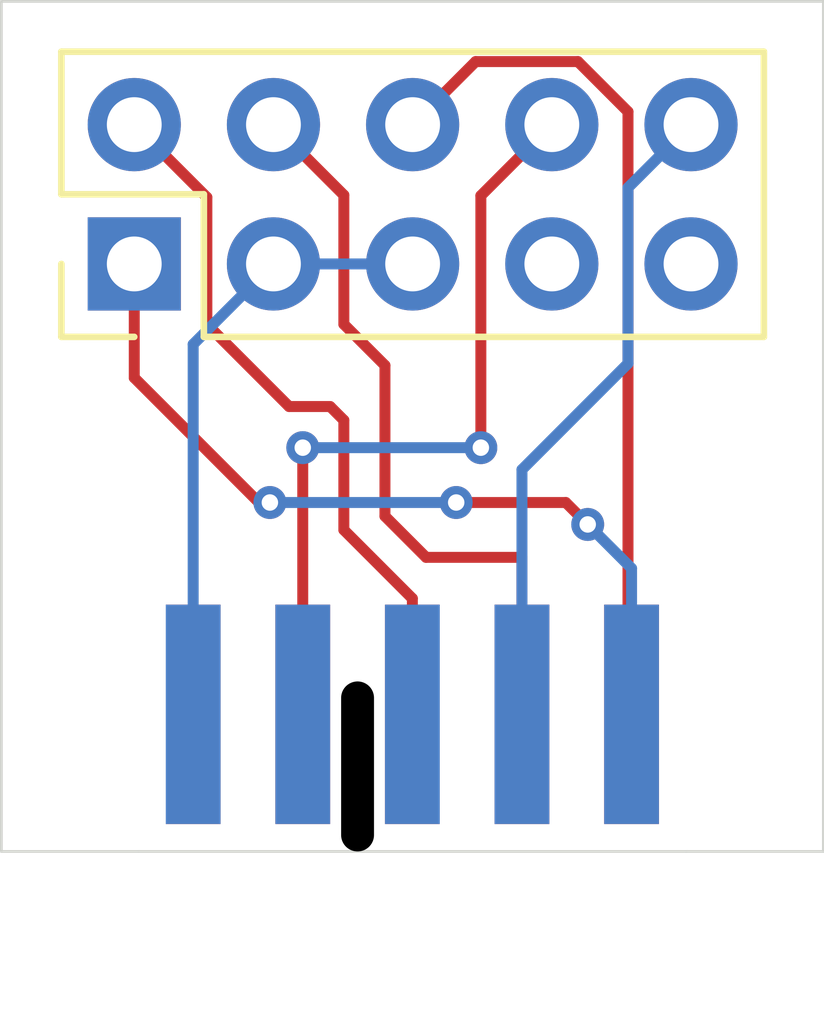
<source format=kicad_pcb>
(kicad_pcb (version 20240108) (generator "pcbnew") (generator_version "8.0")
  (layers (0 "F.Cu" signal) (31 "B.Cu" signal) (34 "B.Paste" user) (35 "F.Paste" user) (36 "B.SilkS" user "B.Silkscreen") (37 "F.SilkS" user "F.Silkscreen") (38 "B.Mask" user) (39 "F.Mask" user) (44 "Edge.Cuts" user))
  (net 0 "")
  (net 1 "/VCC")
  (net 2 "/SWDIO_TMS")
  (net 4 "/Reset")
  (net 5 "/GND")
  (net 7 "/SWO_TDO")
  (net 9 "/TDI")
  (net 10 "/SWDCK{slash}TCK")
  (footprint "Connector_PinHeader_2.54mm:PinHeader_2x05_P2.54mm_Vertical" (layer "F.Cu") (at 144.925 89.2875 90)
    (property "Reference" "J2" (hide yes))
    (property "Value" "Arm10Pin" (hide yes))
    (fp_line (start 3.87 -1.33) (end 3.87 11.49) (stroke (width 0.12)) (layer "F.SilkS"))
    (fp_line (start 1.27 -1.33) (end 3.87 -1.33) (stroke (width 0.12)) (layer "F.SilkS"))
    (fp_line (start -1.33 -1.33) (end 0 -1.33) (stroke (width 0.12)) (layer "F.SilkS"))
    (fp_line (start -1.33 0) (end -1.33 -1.33) (stroke (width 0.12)) (layer "F.SilkS"))
    (fp_line (start 1.27 1.27) (end 1.27 -1.33) (stroke (width 0.12)) (layer "F.SilkS"))
    (fp_line (start -1.33 1.27) (end 1.27 1.27) (stroke (width 0.12)) (layer "F.SilkS"))
    (fp_line (start -1.33 1.27) (end -1.33 11.49) (stroke (width 0.12)) (layer "F.SilkS"))
    (fp_line (start -1.33 11.49) (end 3.87 11.49) (stroke (width 0.12)) (layer "F.SilkS"))
    (pad "1" thru_hole rect (at 0 0 90) (size 1.7 1.7) (drill 1) (layers "*.Cu" "*.Mask") (net 1 "/VCC"))
    (pad "2" thru_hole oval (at 2.54 0 90) (size 1.7 1.7) (drill 1) (layers "*.Cu" "*.Mask") (net 2 "/SWDIO_TMS"))
    (pad "3" thru_hole oval (at 0 2.54 90) (size 1.7 1.7) (drill 1) (layers "*.Cu" "*.Mask") (net 5 "/GND"))
    (pad "4" thru_hole oval (at 2.54 2.54 90) (size 1.7 1.7) (drill 1) (layers "*.Cu" "*.Mask") (net 10 "/SWDCK{slash}TCK"))
    (pad "5" thru_hole oval (at 0 5.08 90) (size 1.7 1.7) (drill 1) (layers "*.Cu" "*.Mask") (net 5 "/GND"))
    (pad "6" thru_hole oval (at 2.54 5.08 90) (size 1.7 1.7) (drill 1) (layers "*.Cu" "*.Mask") (net 7 "/SWO_TDO"))
    (pad "7" thru_hole oval (at 0 7.62 90) (size 1.7 1.7) (drill 1) (layers "*.Cu" "*.Mask"))
    (pad "8" thru_hole oval (at 2.54 7.62 90) (size 1.7 1.7) (drill 1) (layers "*.Cu" "*.Mask") (net 9 "/TDI"))
    (pad "9" thru_hole oval (at 0 10.16 90) (size 1.7 1.7) (drill 1) (layers "*.Cu" "*.Mask"))
    (pad "10" thru_hole oval (at 2.54 10.16 90) (size 1.7 1.7) (drill 1) (layers "*.Cu" "*.Mask") (net 4 "/Reset"))
  )
  (footprint "PCBEdge:STLinkV3Minie_Edge" (layer "F.Cu") (at 150 95.5 180)
    (property "Reference" "J1" (hide yes))
    (property "Value" "STLinkEdge" (hide yes))
    (fp_line (start -5 -4.5) (end 5 -4.5) (stroke (width 0.05)) (layer "Edge.Cuts"))
    (pad "" np_thru_hole rect (at 1 -2.95 180) (size 0.6 3.1) (drill oval 0.6 3.1) (layers "Dwgs.User"))
    (pad "1" connect rect (at 4 -2 180) (size 1 4) (layers "F.Cu" "F.Mask"))
    (pad "2" connect rect (at 2 -2 180) (size 1 4) (layers "F.Cu" "F.Mask") (net 9 "/TDI"))
    (pad "3" connect rect (at 0 -2 180) (size 1 4) (layers "F.Cu" "F.Mask") (net 2 "/SWDIO_TMS"))
    (pad "4" connect rect (at -2 -2 180) (size 1 4) (layers "F.Cu" "F.Mask") (net 10 "/SWDCK{slash}TCK"))
    (pad "5" connect rect (at -4 -2 180) (size 1 4) (layers "F.Cu" "F.Mask") (net 7 "/SWO_TDO"))
    (pad "6" connect rect (at 4 -2 180) (size 1 4) (layers "B.Cu" "B.Mask") (net 5 "/GND"))
    (pad "7" connect rect (at 2 -2 180) (size 1 4) (layers "B.Cu" "B.Mask"))
    (pad "8" connect rect (at 0 -2 180) (size 1 4) (layers "B.Cu" "B.Mask"))
    (pad "9" connect rect (at -2 -2 180) (size 1 4) (layers "B.Cu" "B.Mask") (net 4 "/Reset"))
    (pad "10" connect rect (at -4 -2 180) (size 1 4) (layers "B.Cu" "B.Mask") (net 1 "/VCC"))
  )
  (gr_line (start 155 100) (end 157.5 100) (stroke (width 0.05)) (layer "Edge.Cuts"))
  (gr_line (start 145 100) (end 142.5 100) (stroke (width 0.05)) (layer "Edge.Cuts"))
  (gr_line (start 157.5 100) (end 157.5 84.5) (stroke (width 0.05)) (layer "Edge.Cuts"))
  (gr_line (start 142.5 84.5) (end 142.5 100) (stroke (width 0.05)) (layer "Edge.Cuts"))
  (gr_line (start 157.5 84.5) (end 142.5 84.5) (stroke (width 0.05)) (layer "Edge.Cuts"))
  (segment (start 152.8 93.6375) (end 150.8 93.6375) (width 0.2) (layer "F.Cu") (net 1))
  (segment (start 147.2 93.6375) (end 144.925 91.3625) (width 0.2) (layer "F.Cu") (net 1))
  (segment (start 147.4 93.6375) (end 147.2 93.6375) (width 0.2) (layer "F.Cu") (net 1))
  (segment (start 144.925 91.3625) (end 144.925 89.2875) (width 0.2) (layer "F.Cu") (net 1))
  (segment (start 153.2 94.0375) (end 152.8 93.6375) (width 0.2) (layer "F.Cu") (net 1))
  (via (at 153.2 94.0375) (size 0.6) (drill 0.3) (layers "F.Cu" "B.Cu") (net 1))
  (via (at 150.8 93.6375) (size 0.6) (drill 0.3) (layers "F.Cu" "B.Cu") (net 1))
  (via (at 147.4 93.6375) (size 0.6) (drill 0.3) (layers "F.Cu" "B.Cu") (net 1))
  (segment (start 150.8 93.6375) (end 147.4 93.6375) (width 0.2) (layer "B.Cu") (net 1))
  (segment (start 153.2 94.0375) (end 153.1 93.9375) (width 0.2) (layer "B.Cu") (net 1))
  (segment (start 154 97.5) (end 154 94.8375) (width 0.2) (layer "B.Cu") (net 1))
  (segment (start 154 94.8375) (end 153.2 94.0375) (width 0.2) (layer "B.Cu") (net 1))
  (segment (start 150 97.5) (end 150 95.3875) (width 0.2) (layer "F.Cu") (net 2))
  (segment (start 150 95.3875) (end 148.75 94.1375) (width 0.2) (layer "F.Cu") (net 2))
  (segment (start 148.75 92.1375) (end 148.5 91.8875) (width 0.2) (layer "F.Cu") (net 2))
  (segment (start 146.25 88.0725) (end 144.925 86.7475) (width 0.2) (layer "F.Cu") (net 2))
  (segment (start 146.25 90.3875) (end 146.25 88.0725) (width 0.2) (layer "F.Cu") (net 2))
  (segment (start 147.75 91.8875) (end 146.25 90.3875) (width 0.2) (layer "F.Cu") (net 2))
  (segment (start 148.5 91.8875) (end 147.75 91.8875) (width 0.2) (layer "F.Cu") (net 2))
  (segment (start 148.75 94.1375) (end 148.75 92.1375) (width 0.2) (layer "F.Cu") (net 2))
  (segment (start 152 93.0375) (end 153.935 91.1025) (width 0.2) (layer "B.Cu") (net 4))
  (segment (start 153.935 91.1025) (end 153.935 87.8975) (width 0.2) (layer "B.Cu") (net 4))
  (segment (start 153.935 87.8975) (end 155.085 86.7475) (width 0.2) (layer "B.Cu") (net 4))
  (segment (start 152 97.5) (end 152 93.0375) (width 0.2) (layer "B.Cu") (net 4))
  (segment (start 146 90.7525) (end 147.465 89.2875) (width 0.2) (layer "B.Cu") (net 5))
  (segment (start 147.465 89.2875) (end 150.005 89.2875) (width 0.2) (layer "B.Cu") (net 5))
  (segment (start 146 97.5) (end 146 90.7525) (width 0.2) (layer "B.Cu") (net 5))
  (segment (start 153.021346 85.5975) (end 151.155 85.5975) (width 0.2) (layer "F.Cu") (net 7))
  (segment (start 151.155 85.5975) (end 150.005 86.7475) (width 0.2) (layer "F.Cu") (net 7))
  (segment (start 154 97.5) (end 153.935 97.435) (width 0.2) (layer "F.Cu") (net 7))
  (segment (start 153.935 97.435) (end 153.935 86.511154) (width 0.2) (layer "F.Cu") (net 7))
  (segment (start 153.935 86.511154) (end 153.021346 85.5975) (width 0.2) (layer "F.Cu") (net 7))
  (segment (start 151.25 88.0425) (end 152.545 86.7475) (width 0.2) (layer "F.Cu") (net 9))
  (segment (start 151.25 92.6375) (end 151.25 88.0425) (width 0.2) (layer "F.Cu") (net 9))
  (segment (start 148 97.5) (end 148 92.6375) (width 0.2) (layer "F.Cu") (net 9))
  (via (at 148 92.6375) (size 0.6) (drill 0.3) (layers "F.Cu" "B.Cu") (net 9))
  (via (at 151.25 92.6375) (size 0.6) (drill 0.3) (layers "F.Cu" "B.Cu") (net 9))
  (segment (start 148 92.6375) (end 151 92.6375) (width 0.2) (layer "B.Cu") (net 9))
  (segment (start 151 92.6375) (end 151.25 92.6375) (width 0.2) (layer "B.Cu") (net 9))
  (segment (start 152 97.5) (end 152 94.6375) (width 0.2) (layer "F.Cu") (net 10))
  (segment (start 148.75 90.3875) (end 148.75 88.0325) (width 0.2) (layer "F.Cu") (net 10))
  (segment (start 148.75 88.0325) (end 147.465 86.7475) (width 0.2) (layer "F.Cu") (net 10))
  (segment (start 150.25 94.6375) (end 149.5 93.8875) (width 0.2) (layer "F.Cu") (net 10))
  (segment (start 149.5 93.8875) (end 149.5 91.1375) (width 0.2) (layer "F.Cu") (net 10))
  (segment (start 152 94.6375) (end 150.25 94.6375) (width 0.2) (layer "F.Cu") (net 10))
  (segment (start 149.5 91.1375) (end 148.75 90.3875) (width 0.2) (layer "F.Cu") (net 10))
)
</source>
